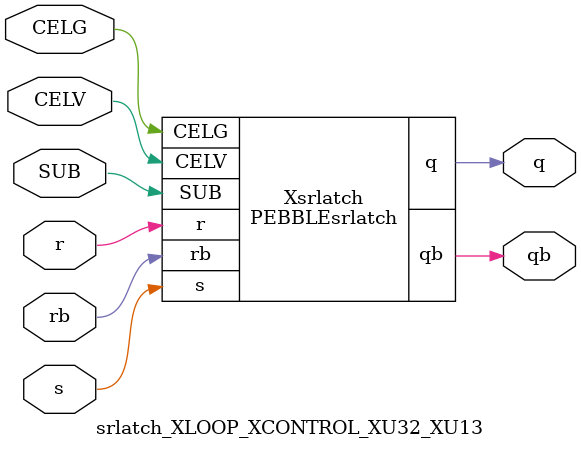
<source format=v>



module PEBBLEsrlatch ( q, qb, CELG, CELV, SUB, r, rb, s );

  input CELV;
  input s;
  output q;
  input rb;
  input r;
  input SUB;
  input CELG;
  output qb;
endmodule

//Celera Confidential Do Not Copy srlatch_XLOOP_XCONTROL_XU32_XU13
//Celera Confidential Symbol Generator
//SR Latch
module srlatch_XLOOP_XCONTROL_XU32_XU13 (CELV,CELG,s,r,rb,q,qb,SUB);
input CELV;
input CELG;
input s;
input r;
input rb;
input SUB;
output q;
output qb;

//Celera Confidential Do Not Copy srlatch
PEBBLEsrlatch Xsrlatch(
.CELV (CELV),
.r (r),
.s (s),
.q (q),
.qb (qb),
.rb (rb),
.SUB (SUB),
.CELG (CELG)
);
//,diesize,PEBBLEsrlatch

//Celera Confidential Do Not Copy Module End
//Celera Schematic Generator
endmodule

</source>
